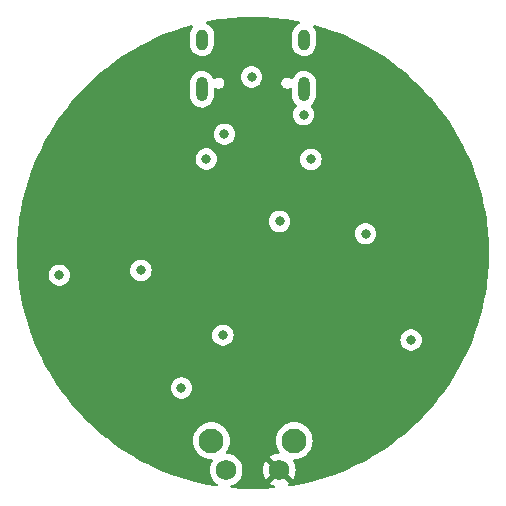
<source format=gbr>
%TF.GenerationSoftware,KiCad,Pcbnew,7.0.7*%
%TF.CreationDate,2023-10-09T00:15:42+08:00*%
%TF.ProjectId,RM_47mm,524d5f34-376d-46d2-9e6b-696361645f70,rev?*%
%TF.SameCoordinates,Original*%
%TF.FileFunction,Copper,L3,Inr*%
%TF.FilePolarity,Positive*%
%FSLAX46Y46*%
G04 Gerber Fmt 4.6, Leading zero omitted, Abs format (unit mm)*
G04 Created by KiCad (PCBNEW 7.0.7) date 2023-10-09 00:15:42*
%MOMM*%
%LPD*%
G01*
G04 APERTURE LIST*
%TA.AperFunction,ComponentPad*%
%ADD10O,1.000000X1.800000*%
%TD*%
%TA.AperFunction,ComponentPad*%
%ADD11O,1.000000X2.100000*%
%TD*%
%TA.AperFunction,ComponentPad*%
%ADD12C,2.100000*%
%TD*%
%TA.AperFunction,ComponentPad*%
%ADD13C,1.750000*%
%TD*%
%TA.AperFunction,ViaPad*%
%ADD14C,0.800000*%
%TD*%
G04 APERTURE END LIST*
D10*
%TO.N,Earth*%
%TO.C,J1*%
X145680000Y-81925000D03*
D11*
X145680000Y-86125000D03*
D10*
X154320000Y-81925000D03*
D11*
X154320000Y-86125000D03*
%TD*%
D12*
%TO.N,Earth*%
%TO.C,SW3*%
X146482909Y-115884152D03*
X153492909Y-115884152D03*
D13*
%TO.N,Net-(SW3-3)*%
X147732909Y-118374152D03*
%TO.N,/VCC_3V3*%
X152232909Y-118374152D03*
%TD*%
D14*
%TO.N,/VCC_3V3*%
X156014602Y-111564521D03*
X146945372Y-105591240D03*
X159213450Y-101805610D03*
X153932037Y-96057092D03*
X142018127Y-96551733D03*
X137330423Y-104140716D03*
X147629225Y-97348384D03*
%TO.N,Earth*%
X133597257Y-101877102D03*
X154297050Y-88284974D03*
X163388735Y-107365477D03*
X152248410Y-97319644D03*
X154905251Y-92074558D03*
X147459286Y-106959729D03*
X146043974Y-92040483D03*
X143942264Y-111435531D03*
X159539528Y-98368747D03*
X140513247Y-101468135D03*
%TO.N,/LED_IN*%
X147584501Y-89940150D03*
%TO.N,/VCC_5V*%
X149887261Y-85089147D03*
%TD*%
%TA.AperFunction,Conductor*%
%TO.N,/VCC_3V3*%
G36*
X150807403Y-80018620D02*
G01*
X150986950Y-80026684D01*
X151703049Y-80074964D01*
X151882089Y-80091079D01*
X152595233Y-80171431D01*
X152595242Y-80171432D01*
X152773386Y-80195562D01*
X153407526Y-80296000D01*
X153482220Y-80307831D01*
X153517222Y-80314182D01*
X153659148Y-80339938D01*
X153865029Y-80382092D01*
X153926754Y-80414823D01*
X153960987Y-80475732D01*
X153956857Y-80545479D01*
X153915673Y-80601921D01*
X153883224Y-80619850D01*
X153877122Y-80622110D01*
X153877111Y-80622115D01*
X153704432Y-80729745D01*
X153704427Y-80729749D01*
X153556949Y-80869938D01*
X153556947Y-80869940D01*
X153556947Y-80869941D01*
X153543625Y-80889081D01*
X153440705Y-81036949D01*
X153360459Y-81223943D01*
X153319500Y-81423258D01*
X153319500Y-82375743D01*
X153334925Y-82527439D01*
X153395837Y-82721579D01*
X153395844Y-82721594D01*
X153494589Y-82899499D01*
X153494592Y-82899504D01*
X153627132Y-83053893D01*
X153627134Y-83053895D01*
X153788037Y-83178445D01*
X153788038Y-83178445D01*
X153788042Y-83178448D01*
X153970729Y-83268060D01*
X154167715Y-83319063D01*
X154370936Y-83329369D01*
X154572071Y-83298556D01*
X154762887Y-83227886D01*
X154935571Y-83120252D01*
X155083053Y-82980059D01*
X155199295Y-82813049D01*
X155279540Y-82626058D01*
X155320500Y-82426741D01*
X155320500Y-81474258D01*
X155305074Y-81322562D01*
X155305074Y-81322560D01*
X155244162Y-81128420D01*
X155244160Y-81128416D01*
X155244159Y-81128412D01*
X155145409Y-80950498D01*
X155100423Y-80898096D01*
X155071692Y-80834409D01*
X155081954Y-80765297D01*
X155127951Y-80712704D01*
X155195081Y-80693328D01*
X155224810Y-80697086D01*
X155233445Y-80699263D01*
X155406692Y-80747076D01*
X156028725Y-80933863D01*
X156094060Y-80953483D01*
X156265050Y-81009040D01*
X156942462Y-81246077D01*
X157110745Y-81309234D01*
X157776847Y-81576427D01*
X157942173Y-81647091D01*
X158390183Y-81850586D01*
X158595557Y-81943872D01*
X158595582Y-81943883D01*
X158757585Y-82021900D01*
X159397029Y-82347713D01*
X159501011Y-82403669D01*
X159555335Y-82432902D01*
X160179494Y-82787061D01*
X160222993Y-82813050D01*
X160333884Y-82879304D01*
X160941528Y-83261112D01*
X161091573Y-83360156D01*
X161681539Y-83768886D01*
X161826916Y-83874509D01*
X162397975Y-84309314D01*
X162538522Y-84421398D01*
X163089405Y-84881308D01*
X163224827Y-84999623D01*
X163754538Y-85483800D01*
X163884489Y-85608046D01*
X164391953Y-86115510D01*
X164516199Y-86245461D01*
X165000376Y-86775172D01*
X165118691Y-86910594D01*
X165253091Y-87071579D01*
X165530528Y-87403895D01*
X165578605Y-87461481D01*
X165604101Y-87493452D01*
X165690701Y-87602045D01*
X166125486Y-88173077D01*
X166231122Y-88318473D01*
X166639840Y-88908422D01*
X166738893Y-89058481D01*
X167120694Y-89666114D01*
X167212931Y-89820492D01*
X167567097Y-90444664D01*
X167652284Y-90602965D01*
X167753336Y-90801292D01*
X167978099Y-91242414D01*
X168056116Y-91404417D01*
X168352908Y-92057826D01*
X168423572Y-92223152D01*
X168690758Y-92889237D01*
X168753921Y-93057534D01*
X168990958Y-93734946D01*
X169046515Y-93905935D01*
X169252917Y-94593285D01*
X169300741Y-94766572D01*
X169476100Y-95462499D01*
X169511454Y-95617397D01*
X169516107Y-95637781D01*
X169660060Y-96340845D01*
X169692168Y-96517779D01*
X169804432Y-97226583D01*
X169828567Y-97404757D01*
X169908920Y-98117909D01*
X169925036Y-98296974D01*
X169973313Y-99013012D01*
X169981379Y-99192613D01*
X169999468Y-99998606D01*
X169999468Y-100001392D01*
X169981379Y-100807386D01*
X169973313Y-100986987D01*
X169925036Y-101703025D01*
X169908920Y-101882090D01*
X169828567Y-102595242D01*
X169804432Y-102773416D01*
X169692168Y-103482220D01*
X169660060Y-103659154D01*
X169516107Y-104362218D01*
X169476103Y-104537491D01*
X169300742Y-105233425D01*
X169252917Y-105406714D01*
X169046515Y-106094064D01*
X168990958Y-106265053D01*
X168753921Y-106942465D01*
X168690758Y-107110762D01*
X168423572Y-107776847D01*
X168352908Y-107942173D01*
X168056116Y-108595582D01*
X167978099Y-108757585D01*
X167652290Y-109397022D01*
X167567097Y-109555335D01*
X167212931Y-110179507D01*
X167120694Y-110333885D01*
X166738893Y-110941518D01*
X166639840Y-111091577D01*
X166231122Y-111681526D01*
X166125486Y-111826922D01*
X165690701Y-112397954D01*
X165578615Y-112538506D01*
X165118691Y-113089405D01*
X165000376Y-113224827D01*
X164516199Y-113754538D01*
X164391953Y-113884489D01*
X163884489Y-114391953D01*
X163754538Y-114516199D01*
X163224827Y-115000376D01*
X163089405Y-115118691D01*
X162538506Y-115578615D01*
X162397954Y-115690701D01*
X161826922Y-116125486D01*
X161681526Y-116231122D01*
X161091577Y-116639840D01*
X160941518Y-116738893D01*
X160333885Y-117120694D01*
X160179507Y-117212931D01*
X159555335Y-117567097D01*
X159397022Y-117652290D01*
X158757585Y-117978099D01*
X158595582Y-118056116D01*
X157942173Y-118352908D01*
X157776847Y-118423572D01*
X157110762Y-118690758D01*
X156942465Y-118753921D01*
X156265053Y-118990958D01*
X156094064Y-119046515D01*
X155406714Y-119252917D01*
X155233425Y-119300742D01*
X154537511Y-119476097D01*
X154431289Y-119500342D01*
X154362218Y-119516107D01*
X153659154Y-119660060D01*
X153482220Y-119692168D01*
X153072293Y-119757093D01*
X153002999Y-119748138D01*
X152949547Y-119703142D01*
X152928908Y-119636391D01*
X152947633Y-119569077D01*
X152983526Y-119532398D01*
X152983491Y-119532353D01*
X152983823Y-119532094D01*
X152985089Y-119530801D01*
X152987548Y-119529194D01*
X153013891Y-119508689D01*
X153013891Y-119508688D01*
X152488369Y-118983165D01*
X152454884Y-118921842D01*
X152459868Y-118852150D01*
X152497560Y-118801799D01*
X152496575Y-118800662D01*
X152503278Y-118794854D01*
X152610852Y-118701641D01*
X152646243Y-118646570D01*
X152699045Y-118600816D01*
X152768203Y-118590872D01*
X152831759Y-118619896D01*
X152838239Y-118625929D01*
X153366034Y-119153723D01*
X153446329Y-119030821D01*
X153537863Y-118822145D01*
X153593803Y-118601245D01*
X153593805Y-118601237D01*
X153612621Y-118374158D01*
X153612621Y-118374145D01*
X153593805Y-118147066D01*
X153593803Y-118147058D01*
X153537863Y-117926158D01*
X153446329Y-117717482D01*
X153390003Y-117631267D01*
X153369815Y-117564377D01*
X153388996Y-117497192D01*
X153441455Y-117451042D01*
X153488121Y-117440706D01*
X153488052Y-117439828D01*
X153492907Y-117439445D01*
X153492909Y-117439446D01*
X153736211Y-117420298D01*
X153973521Y-117363324D01*
X154198998Y-117269929D01*
X154407088Y-117142411D01*
X154592668Y-116983911D01*
X154751168Y-116798331D01*
X154878686Y-116590241D01*
X154972081Y-116364764D01*
X155029055Y-116127454D01*
X155048203Y-115884152D01*
X155029055Y-115640850D01*
X154972081Y-115403540D01*
X154878686Y-115178063D01*
X154878686Y-115178062D01*
X154751171Y-114969978D01*
X154751170Y-114969975D01*
X154715362Y-114928049D01*
X154592668Y-114784393D01*
X154469972Y-114679601D01*
X154407085Y-114625890D01*
X154407082Y-114625889D01*
X154198998Y-114498374D01*
X153973527Y-114404982D01*
X153973530Y-114404982D01*
X153867901Y-114379622D01*
X153736211Y-114348006D01*
X153736209Y-114348005D01*
X153736206Y-114348005D01*
X153492909Y-114328858D01*
X153249611Y-114348005D01*
X153249606Y-114348006D01*
X153249607Y-114348006D01*
X153066558Y-114391953D01*
X153012289Y-114404982D01*
X152786819Y-114498374D01*
X152578735Y-114625889D01*
X152578732Y-114625890D01*
X152393150Y-114784393D01*
X152234647Y-114969975D01*
X152234646Y-114969978D01*
X152107131Y-115178062D01*
X152013739Y-115403532D01*
X151956762Y-115640854D01*
X151937615Y-115884151D01*
X151956762Y-116127449D01*
X151956762Y-116127452D01*
X151956763Y-116127454D01*
X151970535Y-116184819D01*
X152013739Y-116364771D01*
X152107131Y-116590241D01*
X152198226Y-116738893D01*
X152234650Y-116798331D01*
X152234653Y-116798335D01*
X152237504Y-116802258D01*
X152260989Y-116868062D01*
X152245170Y-116936118D01*
X152195068Y-116984817D01*
X152137192Y-116999152D01*
X152118974Y-116999152D01*
X151894207Y-117036659D01*
X151678689Y-117110647D01*
X151678678Y-117110652D01*
X151478282Y-117219100D01*
X151451925Y-117239614D01*
X151977448Y-117765138D01*
X152010933Y-117826461D01*
X152005949Y-117896153D01*
X151968256Y-117946503D01*
X151969243Y-117947642D01*
X151962540Y-117953449D01*
X151962540Y-117953450D01*
X151880699Y-118024366D01*
X151854964Y-118046665D01*
X151819574Y-118101733D01*
X151766770Y-118147488D01*
X151697611Y-118157431D01*
X151634056Y-118128406D01*
X151627578Y-118122374D01*
X151099783Y-117594580D01*
X151019487Y-117717485D01*
X151019486Y-117717487D01*
X150927954Y-117926158D01*
X150872014Y-118147058D01*
X150872012Y-118147066D01*
X150853197Y-118374145D01*
X150853197Y-118374158D01*
X150872012Y-118601237D01*
X150872014Y-118601245D01*
X150927954Y-118822145D01*
X151019486Y-119030816D01*
X151019488Y-119030820D01*
X151099783Y-119153722D01*
X151627577Y-118625929D01*
X151688900Y-118592444D01*
X151758592Y-118597428D01*
X151814525Y-118639300D01*
X151819573Y-118646570D01*
X151847972Y-118690758D01*
X151854966Y-118701641D01*
X151915301Y-118753921D01*
X151969243Y-118800662D01*
X151967136Y-118803093D01*
X152002555Y-118843962D01*
X152012506Y-118913119D01*
X151983487Y-118976678D01*
X151977447Y-118983165D01*
X151451924Y-119508687D01*
X151451925Y-119508689D01*
X151478275Y-119529198D01*
X151478281Y-119529202D01*
X151678678Y-119637651D01*
X151678689Y-119637656D01*
X151797337Y-119678389D01*
X151854353Y-119718775D01*
X151880483Y-119783574D01*
X151867431Y-119852214D01*
X151819342Y-119902902D01*
X151768189Y-119919171D01*
X151703025Y-119925036D01*
X150986987Y-119973313D01*
X150807386Y-119981379D01*
X150089870Y-119997483D01*
X149910130Y-119997483D01*
X149192613Y-119981379D01*
X149013012Y-119973313D01*
X148296973Y-119925036D01*
X148205948Y-119916843D01*
X148140943Y-119891228D01*
X148100106Y-119834535D01*
X148096402Y-119764763D01*
X148131008Y-119704065D01*
X148176797Y-119676062D01*
X148287335Y-119638115D01*
X148487815Y-119529621D01*
X148667703Y-119389608D01*
X148822092Y-119221897D01*
X148946771Y-119031061D01*
X149038339Y-118822307D01*
X149094299Y-118601328D01*
X149094307Y-118601237D01*
X149113123Y-118374158D01*
X149113123Y-118374145D01*
X149094300Y-118146983D01*
X149094298Y-118146972D01*
X149038339Y-117925996D01*
X148946771Y-117717243D01*
X148822094Y-117526409D01*
X148671963Y-117363324D01*
X148667703Y-117358696D01*
X148667702Y-117358695D01*
X148667700Y-117358693D01*
X148667696Y-117358690D01*
X148487818Y-117218685D01*
X148487809Y-117218679D01*
X148287341Y-117110192D01*
X148287338Y-117110191D01*
X148287335Y-117110189D01*
X148287329Y-117110187D01*
X148287327Y-117110186D01*
X148071735Y-117036172D01*
X147903097Y-117008032D01*
X147846886Y-116998652D01*
X147838990Y-116998652D01*
X147771951Y-116978967D01*
X147726196Y-116926163D01*
X147716252Y-116857005D01*
X147738674Y-116801764D01*
X147741169Y-116798329D01*
X147741172Y-116798325D01*
X147868686Y-116590241D01*
X147962081Y-116364764D01*
X148019055Y-116127454D01*
X148038203Y-115884152D01*
X148019055Y-115640850D01*
X147962081Y-115403540D01*
X147868686Y-115178063D01*
X147868686Y-115178062D01*
X147741171Y-114969978D01*
X147741170Y-114969975D01*
X147705362Y-114928049D01*
X147582668Y-114784393D01*
X147459972Y-114679601D01*
X147397085Y-114625890D01*
X147397082Y-114625889D01*
X147188998Y-114498374D01*
X146963527Y-114404982D01*
X146963530Y-114404982D01*
X146857901Y-114379622D01*
X146726211Y-114348006D01*
X146726209Y-114348005D01*
X146726206Y-114348005D01*
X146482909Y-114328858D01*
X146239611Y-114348005D01*
X146239606Y-114348006D01*
X146239607Y-114348006D01*
X146056558Y-114391953D01*
X146002289Y-114404982D01*
X145776819Y-114498374D01*
X145568735Y-114625889D01*
X145568732Y-114625890D01*
X145383150Y-114784393D01*
X145224647Y-114969975D01*
X145224646Y-114969978D01*
X145097131Y-115178062D01*
X145003739Y-115403532D01*
X144946762Y-115640854D01*
X144927615Y-115884152D01*
X144946762Y-116127449D01*
X144946762Y-116127452D01*
X144946763Y-116127454D01*
X144960535Y-116184819D01*
X145003739Y-116364771D01*
X145097131Y-116590241D01*
X145224646Y-116798325D01*
X145224647Y-116798328D01*
X145224650Y-116798331D01*
X145383150Y-116983911D01*
X145526806Y-117106605D01*
X145568732Y-117142413D01*
X145568735Y-117142414D01*
X145776819Y-117269929D01*
X145958256Y-117345082D01*
X145991109Y-117358690D01*
X146002290Y-117363321D01*
X146002287Y-117363321D01*
X146002293Y-117363322D01*
X146002297Y-117363324D01*
X146239607Y-117420298D01*
X146481463Y-117439332D01*
X146546749Y-117464215D01*
X146588220Y-117520445D01*
X146592707Y-117590171D01*
X146575541Y-117630769D01*
X146519048Y-117717239D01*
X146427478Y-117925996D01*
X146371519Y-118146972D01*
X146371517Y-118146983D01*
X146352695Y-118374145D01*
X146352695Y-118374158D01*
X146371517Y-118601320D01*
X146371519Y-118601331D01*
X146427478Y-118822307D01*
X146519046Y-119031060D01*
X146643723Y-119221894D01*
X146798117Y-119389610D01*
X146798121Y-119389613D01*
X146977967Y-119529593D01*
X147018780Y-119586303D01*
X147022455Y-119656076D01*
X146987823Y-119716759D01*
X146925882Y-119749086D01*
X146882407Y-119749919D01*
X146517779Y-119692168D01*
X146340845Y-119660060D01*
X145637781Y-119516107D01*
X145605280Y-119508689D01*
X145462499Y-119476100D01*
X144766572Y-119300741D01*
X144593285Y-119252917D01*
X143905935Y-119046515D01*
X143734946Y-118990958D01*
X143057534Y-118753921D01*
X142889237Y-118690758D01*
X142223152Y-118423572D01*
X142057826Y-118352908D01*
X141404417Y-118056116D01*
X141242414Y-117978099D01*
X140602989Y-117652296D01*
X140558473Y-117628341D01*
X140444664Y-117567097D01*
X139820492Y-117212931D01*
X139666114Y-117120694D01*
X139058481Y-116738893D01*
X138908422Y-116639840D01*
X138318473Y-116231122D01*
X138173077Y-116125486D01*
X137602045Y-115690701D01*
X137539539Y-115640854D01*
X137461493Y-115578615D01*
X137228481Y-115384082D01*
X136910594Y-115118691D01*
X136775172Y-115000376D01*
X136245461Y-114516199D01*
X136115510Y-114391953D01*
X135608046Y-113884489D01*
X135483800Y-113754538D01*
X134999623Y-113224827D01*
X134881308Y-113089405D01*
X134421398Y-112538522D01*
X134309298Y-112397954D01*
X134232184Y-112296675D01*
X133874509Y-111826916D01*
X133768877Y-111681526D01*
X133598451Y-111435531D01*
X143036804Y-111435531D01*
X143056590Y-111623787D01*
X143056591Y-111623790D01*
X143115082Y-111803808D01*
X143115085Y-111803815D01*
X143209731Y-111967747D01*
X143336392Y-112108418D01*
X143336393Y-112108419D01*
X143489529Y-112219679D01*
X143489534Y-112219682D01*
X143662456Y-112296673D01*
X143662461Y-112296675D01*
X143847618Y-112336031D01*
X143847619Y-112336031D01*
X144036908Y-112336031D01*
X144036910Y-112336031D01*
X144222067Y-112296675D01*
X144394994Y-112219682D01*
X144548135Y-112108419D01*
X144674797Y-111967747D01*
X144769443Y-111803815D01*
X144827938Y-111623787D01*
X144847724Y-111435531D01*
X144827938Y-111247275D01*
X144769443Y-111067247D01*
X144674797Y-110903315D01*
X144548135Y-110762643D01*
X144548134Y-110762642D01*
X144394998Y-110651382D01*
X144394993Y-110651379D01*
X144222071Y-110574388D01*
X144222066Y-110574386D01*
X144076264Y-110543396D01*
X144036910Y-110535031D01*
X143847618Y-110535031D01*
X143815161Y-110541929D01*
X143662461Y-110574386D01*
X143662456Y-110574388D01*
X143489534Y-110651379D01*
X143489529Y-110651382D01*
X143336393Y-110762642D01*
X143209730Y-110903316D01*
X143115085Y-111067246D01*
X143115082Y-111067253D01*
X143056591Y-111247271D01*
X143056590Y-111247275D01*
X143036804Y-111435531D01*
X133598451Y-111435531D01*
X133360156Y-111091573D01*
X133261106Y-110941518D01*
X133237101Y-110903315D01*
X132879304Y-110333884D01*
X132787068Y-110179507D01*
X132432902Y-109555335D01*
X132403669Y-109501011D01*
X132347710Y-109397022D01*
X132021900Y-108757585D01*
X131943883Y-108595582D01*
X131647091Y-107942173D01*
X131576427Y-107776847D01*
X131486931Y-107553736D01*
X131309234Y-107110745D01*
X131252557Y-106959729D01*
X146553826Y-106959729D01*
X146573612Y-107147985D01*
X146573613Y-107147988D01*
X146632104Y-107328006D01*
X146632107Y-107328013D01*
X146726753Y-107491945D01*
X146782390Y-107553736D01*
X146853415Y-107632617D01*
X147006551Y-107743877D01*
X147006556Y-107743880D01*
X147179478Y-107820871D01*
X147179483Y-107820873D01*
X147364640Y-107860229D01*
X147364641Y-107860229D01*
X147553930Y-107860229D01*
X147553932Y-107860229D01*
X147739089Y-107820873D01*
X147912016Y-107743880D01*
X148065157Y-107632617D01*
X148191819Y-107491945D01*
X148264835Y-107365477D01*
X162483275Y-107365477D01*
X162503061Y-107553733D01*
X162503062Y-107553736D01*
X162561553Y-107733754D01*
X162561556Y-107733761D01*
X162656202Y-107897693D01*
X162782864Y-108038365D01*
X162936000Y-108149625D01*
X162936005Y-108149628D01*
X163108927Y-108226619D01*
X163108932Y-108226621D01*
X163294089Y-108265977D01*
X163294090Y-108265977D01*
X163483379Y-108265977D01*
X163483381Y-108265977D01*
X163668538Y-108226621D01*
X163841465Y-108149628D01*
X163994606Y-108038365D01*
X164121268Y-107897693D01*
X164215914Y-107733761D01*
X164274409Y-107553733D01*
X164294195Y-107365477D01*
X164274409Y-107177221D01*
X164215914Y-106997193D01*
X164121268Y-106833261D01*
X163994606Y-106692589D01*
X163994605Y-106692588D01*
X163841469Y-106581328D01*
X163841464Y-106581325D01*
X163668542Y-106504334D01*
X163668537Y-106504332D01*
X163522735Y-106473342D01*
X163483381Y-106464977D01*
X163294089Y-106464977D01*
X163261632Y-106471875D01*
X163108932Y-106504332D01*
X163108927Y-106504334D01*
X162936005Y-106581325D01*
X162936000Y-106581328D01*
X162782864Y-106692588D01*
X162656201Y-106833262D01*
X162561556Y-106997192D01*
X162561553Y-106997199D01*
X162524648Y-107110783D01*
X162503061Y-107177221D01*
X162483275Y-107365477D01*
X148264835Y-107365477D01*
X148286465Y-107328013D01*
X148344960Y-107147985D01*
X148364746Y-106959729D01*
X148344960Y-106771473D01*
X148286465Y-106591445D01*
X148191819Y-106427513D01*
X148065157Y-106286841D01*
X148065156Y-106286840D01*
X147912020Y-106175580D01*
X147912015Y-106175577D01*
X147739093Y-106098586D01*
X147739088Y-106098584D01*
X147593286Y-106067594D01*
X147553932Y-106059229D01*
X147364640Y-106059229D01*
X147332183Y-106066127D01*
X147179483Y-106098584D01*
X147179478Y-106098586D01*
X147006556Y-106175577D01*
X147006551Y-106175580D01*
X146853415Y-106286840D01*
X146726752Y-106427514D01*
X146632107Y-106591444D01*
X146632104Y-106591451D01*
X146573613Y-106771469D01*
X146573612Y-106771473D01*
X146553826Y-106959729D01*
X131252557Y-106959729D01*
X131246077Y-106942462D01*
X131009040Y-106265050D01*
X130953483Y-106094060D01*
X130933863Y-106028725D01*
X130747076Y-105406692D01*
X130699257Y-105233422D01*
X130523888Y-104537454D01*
X130483893Y-104362218D01*
X130339938Y-103659148D01*
X130307831Y-103482220D01*
X130195567Y-102773416D01*
X130171432Y-102595242D01*
X130111729Y-102065361D01*
X130091078Y-101882081D01*
X130090630Y-101877102D01*
X132691797Y-101877102D01*
X132711583Y-102065358D01*
X132711584Y-102065361D01*
X132770075Y-102245379D01*
X132770078Y-102245386D01*
X132864724Y-102409318D01*
X132991385Y-102549990D01*
X132991386Y-102549990D01*
X133144522Y-102661250D01*
X133144527Y-102661253D01*
X133317449Y-102738244D01*
X133317454Y-102738246D01*
X133502611Y-102777602D01*
X133502612Y-102777602D01*
X133691901Y-102777602D01*
X133691903Y-102777602D01*
X133877060Y-102738246D01*
X134049987Y-102661253D01*
X134203128Y-102549990D01*
X134329790Y-102409318D01*
X134424436Y-102245386D01*
X134482931Y-102065358D01*
X134502717Y-101877102D01*
X134482931Y-101688846D01*
X134424436Y-101508818D01*
X134400948Y-101468135D01*
X139607787Y-101468135D01*
X139627573Y-101656391D01*
X139627574Y-101656394D01*
X139686065Y-101836412D01*
X139686068Y-101836419D01*
X139780714Y-102000351D01*
X139907376Y-102141023D01*
X140060512Y-102252283D01*
X140060517Y-102252286D01*
X140233439Y-102329277D01*
X140233444Y-102329279D01*
X140418601Y-102368635D01*
X140418602Y-102368635D01*
X140607891Y-102368635D01*
X140607893Y-102368635D01*
X140793050Y-102329279D01*
X140965977Y-102252286D01*
X141119118Y-102141023D01*
X141245780Y-102000351D01*
X141340426Y-101836419D01*
X141398921Y-101656391D01*
X141418707Y-101468135D01*
X141398921Y-101279879D01*
X141340426Y-101099851D01*
X141245780Y-100935919D01*
X141119118Y-100795247D01*
X141119117Y-100795246D01*
X140965981Y-100683986D01*
X140965976Y-100683983D01*
X140793054Y-100606992D01*
X140793049Y-100606990D01*
X140647248Y-100576000D01*
X140607893Y-100567635D01*
X140418601Y-100567635D01*
X140386144Y-100574533D01*
X140233444Y-100606990D01*
X140233439Y-100606992D01*
X140060517Y-100683983D01*
X140060512Y-100683986D01*
X139907376Y-100795246D01*
X139780713Y-100935920D01*
X139686068Y-101099850D01*
X139686065Y-101099857D01*
X139652158Y-101204214D01*
X139627573Y-101279879D01*
X139607787Y-101468135D01*
X134400948Y-101468135D01*
X134329790Y-101344886D01*
X134203128Y-101204214D01*
X134203127Y-101204213D01*
X134049991Y-101092953D01*
X134049986Y-101092950D01*
X133877064Y-101015959D01*
X133877059Y-101015957D01*
X133731258Y-100984967D01*
X133691903Y-100976602D01*
X133502611Y-100976602D01*
X133470154Y-100983500D01*
X133317454Y-101015957D01*
X133317449Y-101015959D01*
X133144527Y-101092950D01*
X133144522Y-101092953D01*
X132991386Y-101204213D01*
X132864723Y-101344887D01*
X132770078Y-101508817D01*
X132770075Y-101508824D01*
X132722128Y-101656391D01*
X132711583Y-101688846D01*
X132691797Y-101877102D01*
X130090630Y-101877102D01*
X130074963Y-101703025D01*
X130071819Y-101656391D01*
X130026684Y-100986950D01*
X130018620Y-100807403D01*
X130002517Y-100089869D01*
X130002517Y-99910130D01*
X130018620Y-99192596D01*
X130026687Y-99013012D01*
X130070124Y-98368747D01*
X158634068Y-98368747D01*
X158653854Y-98557003D01*
X158653855Y-98557006D01*
X158712346Y-98737024D01*
X158712349Y-98737031D01*
X158806995Y-98900963D01*
X158907858Y-99012982D01*
X158933657Y-99041635D01*
X159086793Y-99152895D01*
X159086798Y-99152898D01*
X159259720Y-99229889D01*
X159259725Y-99229891D01*
X159444882Y-99269247D01*
X159444883Y-99269247D01*
X159634172Y-99269247D01*
X159634174Y-99269247D01*
X159819331Y-99229891D01*
X159992258Y-99152898D01*
X160145399Y-99041635D01*
X160272061Y-98900963D01*
X160366707Y-98737031D01*
X160425202Y-98557003D01*
X160444988Y-98368747D01*
X160425202Y-98180491D01*
X160366707Y-98000463D01*
X160272061Y-97836531D01*
X160145399Y-97695859D01*
X160134483Y-97687928D01*
X159992262Y-97584598D01*
X159992257Y-97584595D01*
X159819335Y-97507604D01*
X159819330Y-97507602D01*
X159673529Y-97476612D01*
X159634174Y-97468247D01*
X159444882Y-97468247D01*
X159412425Y-97475145D01*
X159259725Y-97507602D01*
X159259720Y-97507604D01*
X159086798Y-97584595D01*
X159086793Y-97584598D01*
X158933657Y-97695858D01*
X158806994Y-97836532D01*
X158712349Y-98000462D01*
X158712346Y-98000469D01*
X158678775Y-98103792D01*
X158653854Y-98180491D01*
X158634068Y-98368747D01*
X130070124Y-98368747D01*
X130074964Y-98296962D01*
X130091079Y-98117909D01*
X130092670Y-98103795D01*
X130171432Y-97404751D01*
X130182961Y-97319644D01*
X151342950Y-97319644D01*
X151362736Y-97507900D01*
X151362737Y-97507903D01*
X151421228Y-97687921D01*
X151421231Y-97687928D01*
X151515877Y-97851860D01*
X151642538Y-97992532D01*
X151642539Y-97992532D01*
X151795675Y-98103792D01*
X151795680Y-98103795D01*
X151968602Y-98180786D01*
X151968607Y-98180788D01*
X152153764Y-98220144D01*
X152153765Y-98220144D01*
X152343054Y-98220144D01*
X152343056Y-98220144D01*
X152528213Y-98180788D01*
X152701140Y-98103795D01*
X152854281Y-97992532D01*
X152980943Y-97851860D01*
X153075589Y-97687928D01*
X153134084Y-97507900D01*
X153153870Y-97319644D01*
X153134084Y-97131388D01*
X153075589Y-96951360D01*
X152980943Y-96787428D01*
X152854281Y-96646756D01*
X152854280Y-96646755D01*
X152701144Y-96535495D01*
X152701139Y-96535492D01*
X152528217Y-96458501D01*
X152528212Y-96458499D01*
X152382411Y-96427509D01*
X152343056Y-96419144D01*
X152153764Y-96419144D01*
X152121307Y-96426042D01*
X151968607Y-96458499D01*
X151968602Y-96458501D01*
X151795680Y-96535492D01*
X151795675Y-96535495D01*
X151642539Y-96646755D01*
X151515876Y-96787429D01*
X151421231Y-96951359D01*
X151421228Y-96951366D01*
X151362737Y-97131384D01*
X151362736Y-97131388D01*
X151342950Y-97319644D01*
X130182961Y-97319644D01*
X130195562Y-97226617D01*
X130307831Y-96517777D01*
X130318588Y-96458501D01*
X130339931Y-96340886D01*
X130483894Y-95637771D01*
X130523893Y-95462524D01*
X130699259Y-94766567D01*
X130747083Y-94593285D01*
X130953489Y-93905919D01*
X131009028Y-93734984D01*
X131246079Y-93057532D01*
X131309229Y-92889269D01*
X131576434Y-92223135D01*
X131647091Y-92057826D01*
X131654969Y-92040483D01*
X145138514Y-92040483D01*
X145158300Y-92228739D01*
X145158301Y-92228742D01*
X145216792Y-92408760D01*
X145216795Y-92408767D01*
X145311441Y-92572699D01*
X145438102Y-92713371D01*
X145438103Y-92713371D01*
X145591239Y-92824631D01*
X145591244Y-92824634D01*
X145764166Y-92901625D01*
X145764171Y-92901627D01*
X145949328Y-92940983D01*
X145949329Y-92940983D01*
X146138618Y-92940983D01*
X146138620Y-92940983D01*
X146323777Y-92901627D01*
X146496704Y-92824634D01*
X146649845Y-92713371D01*
X146776507Y-92572699D01*
X146871153Y-92408767D01*
X146929648Y-92228739D01*
X146945853Y-92074558D01*
X153999791Y-92074558D01*
X154019577Y-92262814D01*
X154019578Y-92262817D01*
X154078069Y-92442835D01*
X154078072Y-92442842D01*
X154172718Y-92606774D01*
X154268699Y-92713371D01*
X154299380Y-92747446D01*
X154452516Y-92858706D01*
X154452521Y-92858709D01*
X154625443Y-92935700D01*
X154625448Y-92935702D01*
X154810605Y-92975058D01*
X154810606Y-92975058D01*
X154999895Y-92975058D01*
X154999897Y-92975058D01*
X155185054Y-92935702D01*
X155357981Y-92858709D01*
X155511122Y-92747446D01*
X155637784Y-92606774D01*
X155732430Y-92442842D01*
X155790925Y-92262814D01*
X155810711Y-92074558D01*
X155790925Y-91886302D01*
X155732430Y-91706274D01*
X155637784Y-91542342D01*
X155511122Y-91401670D01*
X155464222Y-91367595D01*
X155357985Y-91290409D01*
X155357980Y-91290406D01*
X155185058Y-91213415D01*
X155185053Y-91213413D01*
X155024742Y-91179339D01*
X154999897Y-91174058D01*
X154810605Y-91174058D01*
X154785760Y-91179339D01*
X154625448Y-91213413D01*
X154625443Y-91213415D01*
X154452521Y-91290406D01*
X154452516Y-91290409D01*
X154299380Y-91401669D01*
X154172717Y-91542343D01*
X154078072Y-91706273D01*
X154078069Y-91706280D01*
X154019578Y-91886298D01*
X154019577Y-91886302D01*
X153999791Y-92074558D01*
X146945853Y-92074558D01*
X146949434Y-92040483D01*
X146929648Y-91852227D01*
X146871153Y-91672199D01*
X146776507Y-91508267D01*
X146649845Y-91367595D01*
X146587835Y-91322542D01*
X146496708Y-91256334D01*
X146496703Y-91256331D01*
X146323781Y-91179340D01*
X146323776Y-91179338D01*
X146177974Y-91148348D01*
X146138620Y-91139983D01*
X145949328Y-91139983D01*
X145916871Y-91146881D01*
X145764171Y-91179338D01*
X145764166Y-91179340D01*
X145591244Y-91256331D01*
X145591239Y-91256334D01*
X145438103Y-91367594D01*
X145311440Y-91508268D01*
X145216795Y-91672198D01*
X145216792Y-91672205D01*
X145158301Y-91852223D01*
X145158300Y-91852227D01*
X145138514Y-92040483D01*
X131654969Y-92040483D01*
X131725001Y-91886302D01*
X131943900Y-91404380D01*
X132021880Y-91242453D01*
X132347710Y-90602976D01*
X132432904Y-90444660D01*
X132719172Y-89940150D01*
X146679041Y-89940150D01*
X146698827Y-90128406D01*
X146698828Y-90128409D01*
X146757319Y-90308427D01*
X146757322Y-90308434D01*
X146851968Y-90472366D01*
X146894861Y-90520003D01*
X146978630Y-90613038D01*
X147131766Y-90724298D01*
X147131771Y-90724301D01*
X147304693Y-90801292D01*
X147304698Y-90801294D01*
X147489855Y-90840650D01*
X147489856Y-90840650D01*
X147679145Y-90840650D01*
X147679147Y-90840650D01*
X147864304Y-90801294D01*
X148037231Y-90724301D01*
X148190372Y-90613038D01*
X148317034Y-90472366D01*
X148411680Y-90308434D01*
X148470175Y-90128406D01*
X148489961Y-89940150D01*
X148470175Y-89751894D01*
X148411680Y-89571866D01*
X148317034Y-89407934D01*
X148190372Y-89267262D01*
X148190371Y-89267261D01*
X148037235Y-89156001D01*
X148037230Y-89155998D01*
X147864308Y-89079007D01*
X147864303Y-89079005D01*
X147718502Y-89048015D01*
X147679147Y-89039650D01*
X147489855Y-89039650D01*
X147457398Y-89046548D01*
X147304698Y-89079005D01*
X147304693Y-89079007D01*
X147131771Y-89155998D01*
X147131766Y-89156001D01*
X146978630Y-89267261D01*
X146851967Y-89407935D01*
X146757322Y-89571865D01*
X146757319Y-89571872D01*
X146698828Y-89751890D01*
X146698827Y-89751894D01*
X146679041Y-89940150D01*
X132719172Y-89940150D01*
X132787084Y-89820464D01*
X132879281Y-89666152D01*
X133261135Y-89058436D01*
X133360132Y-88908462D01*
X133768896Y-88318446D01*
X133874514Y-88173077D01*
X134309315Y-87602023D01*
X134421350Y-87461534D01*
X134881315Y-86910585D01*
X134999623Y-86775172D01*
X135044803Y-86725743D01*
X144679500Y-86725743D01*
X144694925Y-86877439D01*
X144755837Y-87071579D01*
X144755844Y-87071594D01*
X144854589Y-87249499D01*
X144854592Y-87249504D01*
X144987132Y-87403893D01*
X144987134Y-87403895D01*
X145148037Y-87528445D01*
X145148038Y-87528445D01*
X145148042Y-87528448D01*
X145330729Y-87618060D01*
X145527715Y-87669063D01*
X145730936Y-87679369D01*
X145932071Y-87648556D01*
X146122887Y-87577886D01*
X146295571Y-87470252D01*
X146443053Y-87330059D01*
X146559295Y-87163049D01*
X146639540Y-86976058D01*
X146680500Y-86776741D01*
X146680500Y-86124540D01*
X146700185Y-86057501D01*
X146752989Y-86011746D01*
X146822147Y-86001802D01*
X146856006Y-86011744D01*
X146974658Y-86065931D01*
X147075989Y-86080500D01*
X147075992Y-86080500D01*
X147144008Y-86080500D01*
X147144011Y-86080500D01*
X147245342Y-86065931D01*
X147369718Y-86009130D01*
X147473055Y-85919589D01*
X147546978Y-85804561D01*
X147585500Y-85673367D01*
X147585500Y-85536633D01*
X147581866Y-85524258D01*
X147562242Y-85457424D01*
X147546978Y-85405440D01*
X147546979Y-85405440D01*
X147473057Y-85290413D01*
X147473053Y-85290409D01*
X147369721Y-85200872D01*
X147369714Y-85200867D01*
X147245345Y-85144070D01*
X147245343Y-85144069D01*
X147245342Y-85144069D01*
X147245337Y-85144068D01*
X147245336Y-85144068D01*
X147144011Y-85129500D01*
X147075989Y-85129500D01*
X147075988Y-85129500D01*
X146974663Y-85144068D01*
X146974654Y-85144070D01*
X146850285Y-85200867D01*
X146850278Y-85200872D01*
X146805215Y-85239919D01*
X146741659Y-85268943D01*
X146672501Y-85258999D01*
X146619698Y-85213243D01*
X146605700Y-85183323D01*
X146604161Y-85178418D01*
X146604160Y-85178417D01*
X146604159Y-85178412D01*
X146554613Y-85089147D01*
X148981801Y-85089147D01*
X149001587Y-85277403D01*
X149001588Y-85277406D01*
X149060079Y-85457424D01*
X149060082Y-85457431D01*
X149154728Y-85621363D01*
X149201553Y-85673367D01*
X149281390Y-85762035D01*
X149434526Y-85873295D01*
X149434531Y-85873298D01*
X149607453Y-85950289D01*
X149607458Y-85950291D01*
X149792615Y-85989647D01*
X149792616Y-85989647D01*
X149981905Y-85989647D01*
X149981907Y-85989647D01*
X150167064Y-85950291D01*
X150339991Y-85873298D01*
X150493132Y-85762035D01*
X150572969Y-85673367D01*
X152414500Y-85673367D01*
X152453021Y-85804559D01*
X152453020Y-85804559D01*
X152526942Y-85919586D01*
X152526946Y-85919590D01*
X152630278Y-86009127D01*
X152630285Y-86009132D01*
X152677791Y-86030827D01*
X152754658Y-86065931D01*
X152855989Y-86080500D01*
X152855992Y-86080500D01*
X152924008Y-86080500D01*
X152924011Y-86080500D01*
X153025342Y-86065931D01*
X153143990Y-86011745D01*
X153213147Y-86001802D01*
X153276702Y-86030827D01*
X153314477Y-86089605D01*
X153319500Y-86124540D01*
X153319500Y-86725743D01*
X153334925Y-86877439D01*
X153395837Y-87071579D01*
X153395844Y-87071594D01*
X153494589Y-87249499D01*
X153494592Y-87249504D01*
X153627130Y-87403891D01*
X153627131Y-87403892D01*
X153627134Y-87403895D01*
X153669713Y-87436853D01*
X153710675Y-87493452D01*
X153714536Y-87563215D01*
X153685961Y-87617880D01*
X153564514Y-87752761D01*
X153469871Y-87916689D01*
X153469868Y-87916696D01*
X153411377Y-88096714D01*
X153411376Y-88096718D01*
X153391590Y-88284974D01*
X153411376Y-88473230D01*
X153411377Y-88473233D01*
X153469868Y-88653251D01*
X153469871Y-88653258D01*
X153564517Y-88817190D01*
X153646663Y-88908422D01*
X153691179Y-88957862D01*
X153844315Y-89069122D01*
X153844320Y-89069125D01*
X154017242Y-89146116D01*
X154017247Y-89146118D01*
X154202404Y-89185474D01*
X154202405Y-89185474D01*
X154391694Y-89185474D01*
X154391696Y-89185474D01*
X154576853Y-89146118D01*
X154749780Y-89069125D01*
X154902921Y-88957862D01*
X155029583Y-88817190D01*
X155124229Y-88653258D01*
X155182724Y-88473230D01*
X155202510Y-88284974D01*
X155182724Y-88096718D01*
X155124229Y-87916690D01*
X155029583Y-87752758D01*
X154929926Y-87642078D01*
X154899696Y-87579087D01*
X154908321Y-87509751D01*
X154936644Y-87469232D01*
X154944826Y-87461454D01*
X155083053Y-87330059D01*
X155199295Y-87163049D01*
X155279540Y-86976058D01*
X155320500Y-86776741D01*
X155320500Y-85524258D01*
X155313705Y-85457431D01*
X155305074Y-85372560D01*
X155244162Y-85178420D01*
X155244160Y-85178416D01*
X155244159Y-85178412D01*
X155145409Y-85000498D01*
X155145408Y-85000497D01*
X155145407Y-85000495D01*
X155012867Y-84846106D01*
X155012865Y-84846104D01*
X154851962Y-84721554D01*
X154851959Y-84721553D01*
X154851958Y-84721552D01*
X154669271Y-84631940D01*
X154472285Y-84580937D01*
X154472287Y-84580937D01*
X154336804Y-84574066D01*
X154269064Y-84570631D01*
X154269063Y-84570631D01*
X154269061Y-84570631D01*
X154067936Y-84601442D01*
X154067924Y-84601445D01*
X153877118Y-84672111D01*
X153877111Y-84672115D01*
X153704432Y-84779745D01*
X153704427Y-84779749D01*
X153556949Y-84919938D01*
X153556947Y-84919940D01*
X153556947Y-84919941D01*
X153518199Y-84975610D01*
X153440703Y-85086953D01*
X153440703Y-85086954D01*
X153393110Y-85197857D01*
X153348583Y-85251700D01*
X153282015Y-85272923D01*
X153214540Y-85254787D01*
X153197958Y-85242669D01*
X153149722Y-85200872D01*
X153149714Y-85200867D01*
X153025345Y-85144070D01*
X153025343Y-85144069D01*
X153025342Y-85144069D01*
X153025337Y-85144068D01*
X153025336Y-85144068D01*
X152924011Y-85129500D01*
X152855989Y-85129500D01*
X152855988Y-85129500D01*
X152754663Y-85144068D01*
X152754654Y-85144070D01*
X152630285Y-85200867D01*
X152630278Y-85200872D01*
X152526946Y-85290409D01*
X152526942Y-85290413D01*
X152453021Y-85405440D01*
X152414500Y-85536632D01*
X152414500Y-85673367D01*
X150572969Y-85673367D01*
X150619794Y-85621363D01*
X150714440Y-85457431D01*
X150772935Y-85277403D01*
X150792721Y-85089147D01*
X150772935Y-84900891D01*
X150714440Y-84720863D01*
X150619794Y-84556931D01*
X150493132Y-84416259D01*
X150493131Y-84416258D01*
X150339995Y-84304998D01*
X150339990Y-84304995D01*
X150167068Y-84228004D01*
X150167063Y-84228002D01*
X150021262Y-84197012D01*
X149981907Y-84188647D01*
X149792615Y-84188647D01*
X149760158Y-84195545D01*
X149607458Y-84228002D01*
X149607453Y-84228004D01*
X149434531Y-84304995D01*
X149434526Y-84304998D01*
X149281390Y-84416258D01*
X149154727Y-84556932D01*
X149060082Y-84720862D01*
X149060079Y-84720869D01*
X149007950Y-84881308D01*
X149001587Y-84900891D01*
X148991118Y-85000498D01*
X148982032Y-85086953D01*
X148981801Y-85089147D01*
X146554613Y-85089147D01*
X146505409Y-85000498D01*
X146505408Y-85000497D01*
X146505407Y-85000495D01*
X146372867Y-84846106D01*
X146372865Y-84846104D01*
X146211962Y-84721554D01*
X146211959Y-84721553D01*
X146211958Y-84721552D01*
X146029271Y-84631940D01*
X145832285Y-84580937D01*
X145832287Y-84580937D01*
X145696804Y-84574066D01*
X145629064Y-84570631D01*
X145629063Y-84570631D01*
X145629061Y-84570631D01*
X145427936Y-84601442D01*
X145427924Y-84601445D01*
X145237118Y-84672111D01*
X145237111Y-84672115D01*
X145064432Y-84779745D01*
X145064427Y-84779749D01*
X144916949Y-84919938D01*
X144916947Y-84919940D01*
X144916947Y-84919941D01*
X144896113Y-84949873D01*
X144800705Y-85086949D01*
X144720459Y-85273943D01*
X144679500Y-85473258D01*
X144679500Y-86725743D01*
X135044803Y-86725743D01*
X135044804Y-86725742D01*
X135483818Y-86245441D01*
X135608024Y-86115532D01*
X136115532Y-85608024D01*
X136245441Y-85483818D01*
X136750646Y-85022039D01*
X136775172Y-84999623D01*
X136910594Y-84881308D01*
X137461534Y-84421350D01*
X137602023Y-84309315D01*
X138173082Y-83874509D01*
X138318446Y-83768896D01*
X138908462Y-83360132D01*
X139058436Y-83261135D01*
X139666152Y-82879281D01*
X139820464Y-82787084D01*
X140444668Y-82432899D01*
X140456113Y-82426741D01*
X140602976Y-82347710D01*
X141242453Y-82021880D01*
X141404380Y-81943900D01*
X142057830Y-81647089D01*
X142223153Y-81576427D01*
X142889269Y-81309229D01*
X143057532Y-81246079D01*
X143734984Y-81009028D01*
X143905927Y-80953486D01*
X144593290Y-80747081D01*
X144766544Y-80699265D01*
X144771538Y-80698007D01*
X144841352Y-80700704D01*
X144898628Y-80740719D01*
X144925178Y-80805348D01*
X144912572Y-80874071D01*
X144903625Y-80889081D01*
X144800705Y-81036949D01*
X144720459Y-81223943D01*
X144679500Y-81423258D01*
X144679500Y-82375743D01*
X144694925Y-82527439D01*
X144755837Y-82721579D01*
X144755844Y-82721594D01*
X144854589Y-82899499D01*
X144854592Y-82899504D01*
X144987132Y-83053893D01*
X144987134Y-83053895D01*
X145148037Y-83178445D01*
X145148038Y-83178445D01*
X145148042Y-83178448D01*
X145330729Y-83268060D01*
X145527715Y-83319063D01*
X145730936Y-83329369D01*
X145932071Y-83298556D01*
X146122887Y-83227886D01*
X146295571Y-83120252D01*
X146443053Y-82980059D01*
X146559295Y-82813049D01*
X146639540Y-82626058D01*
X146680500Y-82426741D01*
X146680500Y-81474258D01*
X146665074Y-81322562D01*
X146665074Y-81322560D01*
X146604162Y-81128420D01*
X146604160Y-81128416D01*
X146604159Y-81128412D01*
X146505409Y-80950498D01*
X146505408Y-80950497D01*
X146505407Y-80950495D01*
X146372867Y-80796106D01*
X146372865Y-80796104D01*
X146211962Y-80671554D01*
X146211959Y-80671553D01*
X146211958Y-80671552D01*
X146111174Y-80622115D01*
X146099046Y-80616166D01*
X146047527Y-80568969D01*
X146029702Y-80501411D01*
X146051232Y-80434941D01*
X146105281Y-80390663D01*
X146128763Y-80383363D01*
X146340859Y-80339936D01*
X146517742Y-80307836D01*
X147226617Y-80195562D01*
X147404737Y-80171434D01*
X148117934Y-80091076D01*
X148296958Y-80074964D01*
X149013013Y-80026686D01*
X149192596Y-80018620D01*
X149910130Y-80002517D01*
X150089870Y-80002517D01*
X150807403Y-80018620D01*
G37*
%TD.AperFunction*%
%TD*%
M02*

</source>
